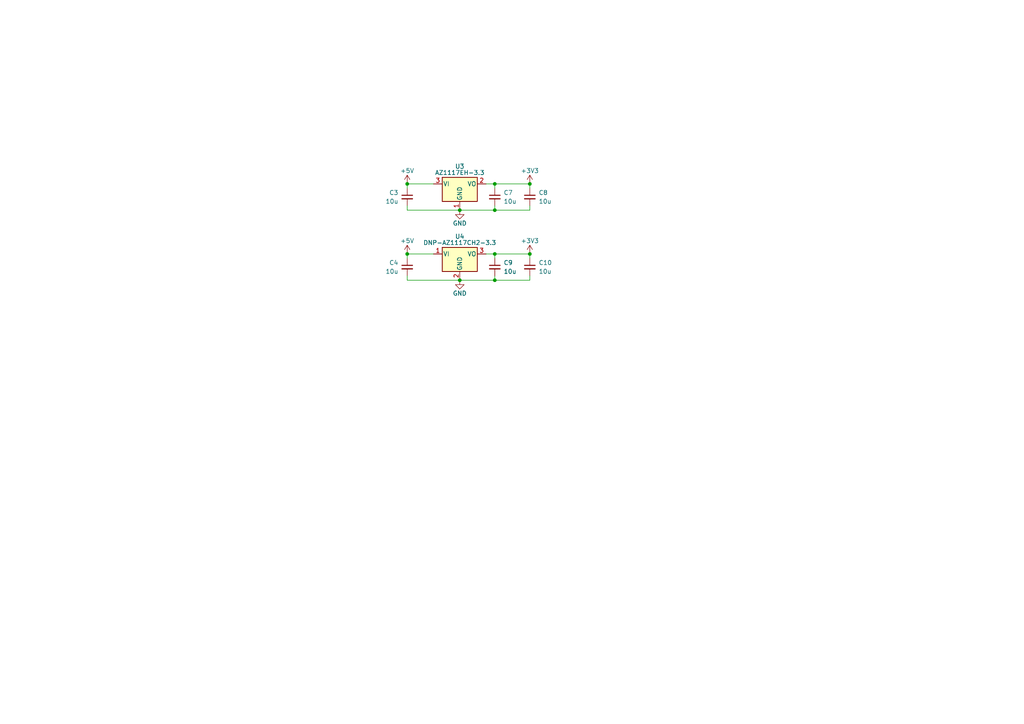
<source format=kicad_sch>
(kicad_sch (version 20230121) (generator eeschema)
  (paper "A4")
  (lib_symbols
    (symbol "Device:C_Small" (pin_numbers hide) (pin_names (offset 0.254) hide)
      (property "Reference" "C" (at 0.254 1.778 0))
      (property "Value" "C_Small" (at 0.254 -2.032 0))
      (symbol "C_Small_0_1"
        (polyline (pts (xy -1.524 -0.508) (xy 1.524 -0.508)) (stroke (width 0.3302)))
        (polyline (pts (xy -1.524 0.508) (xy 1.524 0.508)) (stroke (width 0.3048)))
      )
      (symbol "C_Small_1_1"
        (pin passive line (at 0 2.54 270) (length 2.032) (name "~") (number "1"))
        (pin passive line (at 0 -2.54 90) (length 2.032) (name "~") (number "2"))
      )
    )
    (symbol "GW_Power:AZ1117CH2" (pin_names (offset 0.254))
      (property "Reference" "U" (at -3.81 3.175 0))
      (property "Value" "AZ1117CH2" (at 0 3.175 0))
      (symbol "AZ1117CH2_0_1"
        (rectangle (start -5.08 -5.08) (end 5.08 1.905) (stroke (width 0.254)) (fill (type background)))
      )
      (symbol "AZ1117CH2_1_1"
        (pin power_in line (at -7.62 0 0) (length 2.54) (name "VI") (number "1"))
        (pin power_in line (at 0 -7.62 90) (length 2.54) (name "GND") (number "2"))
        (pin power_out line (at 7.62 0 180) (length 2.54) (name "VO") (number "3"))
      )
    )
    (symbol "Regulator_Linear:AP1117-33" (pin_names (offset 0.254))
      (property "Reference" "U" (at -3.81 3.175 0))
      (property "Value" "AP1117-33" (at 0 3.175 0))
      (symbol "AP1117-33_0_1"
        (rectangle (start -5.08 -5.08) (end 5.08 1.905) (stroke (width 0.254)) (fill (type background)))
      )
      (symbol "AP1117-33_1_1"
        (pin power_in line (at 0 -7.62 90) (length 2.54) (name "GND") (number "1"))
        (pin power_out line (at 7.62 0 180) (length 2.54) (name "VO") (number "2"))
        (pin power_in line (at -7.62 0 0) (length 2.54) (name "VI") (number "3"))
      )
    )
    (symbol "power:+3V3" (power) (pin_names (offset 0))
      (property "Value" "+3V3" (at 0 3.556 0))
      (symbol "+3V3_0_1"
        (polyline (pts (xy -0.762 1.27) (xy 0 2.54)))
        (polyline (pts (xy 0 0) (xy 0 2.54)))
        (polyline (pts (xy 0 2.54) (xy 0.762 1.27)))
      )
      (symbol "+3V3_1_1"
        (pin power_in line (at 0 0 90) (length 0) hide (name "+3V3") (number "1"))
      )
    )
    (symbol "power:+5V" (power) (pin_names (offset 0))
      (property "Value" "+5V" (at 0 3.556 0))
      (symbol "+5V_0_1"
        (polyline (pts (xy -0.762 1.27) (xy 0 2.54)))
        (polyline (pts (xy 0 0) (xy 0 2.54)))
        (polyline (pts (xy 0 2.54) (xy 0.762 1.27)))
      )
      (symbol "+5V_1_1"
        (pin power_in line (at 0 0 90) (length 0) hide (name "+5V") (number "1"))
      )
    )
    (symbol "power:GND" (power) (pin_names (offset 0))
      (property "Value" "GND" (at 0 -3.81 0))
      (symbol "GND_0_1"
        (polyline (pts (xy 0 0) (xy 0 -1.27) (xy 1.27 -1.27) (xy 0 -2.54) (xy -1.27 -1.27) (xy 0 -1.27)))
      )
      (symbol "GND_1_1"
        (pin power_in line (at 0 0 270) (length 0) hide (name "GND") (number "1"))
      )
    )
  )
  (junction (at 153.67 73.66))
  (junction (at 143.51 81.28))
  (junction (at 133.35 60.96))
  (junction (at 153.67 53.34))
  (junction (at 143.51 53.34))
  (junction (at 118.11 73.66))
  (junction (at 118.11 53.34))
  (junction (at 143.51 73.66))
  (junction (at 143.51 60.96))
  (junction (at 133.35 81.28))
  (wire (pts (xy 133.35 81.28) (xy 143.51 81.28)))
  (wire (pts (xy 133.35 60.96) (xy 143.51 60.96)))
  (wire (pts (xy 118.11 73.66) (xy 125.73 73.66)))
  (wire (pts (xy 118.11 53.34) (xy 125.73 53.34)))
  (wire (pts (xy 140.97 73.66) (xy 143.51 73.66)))
  (wire (pts (xy 118.11 81.28) (xy 133.35 81.28)))
  (wire (pts (xy 143.51 73.66) (xy 153.67 73.66)))
  (wire (pts (xy 118.11 59.69) (xy 118.11 60.96)))
  (wire (pts (xy 153.67 59.69) (xy 153.67 60.96)))
  (wire (pts (xy 153.67 81.28) (xy 143.51 81.28)))
  (wire (pts (xy 118.11 80.01) (xy 118.11 81.28)))
  (wire (pts (xy 143.51 81.28) (xy 143.51 80.01)))
  (wire (pts (xy 153.67 53.34) (xy 153.67 54.61)))
  (wire (pts (xy 143.51 60.96) (xy 143.51 59.69)))
  (wire (pts (xy 118.11 73.66) (xy 118.11 74.93)))
  (wire (pts (xy 143.51 73.66) (xy 143.51 74.93)))
  (wire (pts (xy 140.97 53.34) (xy 143.51 53.34)))
  (wire (pts (xy 153.67 73.66) (xy 153.67 74.93)))
  (wire (pts (xy 118.11 60.96) (xy 133.35 60.96)))
  (wire (pts (xy 143.51 53.34) (xy 143.51 54.61)))
  (wire (pts (xy 118.11 53.34) (xy 118.11 54.61)))
  (wire (pts (xy 153.67 60.96) (xy 143.51 60.96)))
  (wire (pts (xy 143.51 53.34) (xy 153.67 53.34)))
  (wire (pts (xy 153.67 80.01) (xy 153.67 81.28)))
  (symbol (lib_id "Regulator_Linear:AP1117-33") (at 133.35 53.34 0) (unit 1)
    (property "Reference" "U3" (at 133.35 48.26 0))
    (property "Value" "AZ1117EH-3.3" (at 133.35 50.8 0) (effects (justify bottom)))
    (property "Footprint" "stdpads:SOT-223" (effects hide))
    (property "Datasheet" "http://www.diodes.com/datasheets/AP1117.pdf" (effects hide))
    (property "LCSC Part" "C108494" (effects hide))
  )
  (symbol (lib_id "power:+5V") (at 118.11 53.34 0) (unit 1)
    (property "Reference" "#PWR0129" (effects hide))
    (property "Value" "+5V" (at 118.11 49.53 0))
  )
  (symbol (lib_id "power:GND") (at 133.35 60.96 0) (unit 1)
    (property "Reference" "#PWR0130" (effects hide))
    (property "Value" "GND" (at 133.35 64.77 0))
  )
  (symbol (lib_id "power:+3V3") (at 153.67 53.34 0) (unit 1)
    (property "Reference" "#PWR0131" (effects hide))
    (property "Value" "+3V3" (at 153.67 49.53 0))
  )
  (symbol (lib_id "Device:C_Small") (at 118.11 57.15 0) (unit 1)
    (property "Reference" "C3" (at 115.57 55.88 0) (effects (justify right)))
    (property "Value" "10u" (at 115.57 58.42 0) (effects (justify right)))
    (property "Footprint" "stdpads:C_0805" (effects hide))
    (property "LCSC Part" "C15850" (effects hide))
  )
  (symbol (lib_id "Device:C_Small") (at 143.51 57.15 0) (mirror y) (unit 1)
    (property "Reference" "C7" (at 146.05 55.88 0) (effects (justify right)))
    (property "Value" "10u" (at 146.05 58.42 0) (effects (justify right)))
    (property "Footprint" "stdpads:C_0805" (effects hide))
    (property "LCSC Part" "C15850" (effects hide))
  )
  (symbol (lib_id "Device:C_Small") (at 143.51 77.47 0) (mirror y) (unit 1)
    (property "Reference" "C9" (at 146.05 76.2 0) (effects (justify right)))
    (property "Value" "10u" (at 146.05 78.74 0) (effects (justify right)))
    (property "Footprint" "stdpads:C_0805" (effects hide))
    (property "LCSC Part" "C15850" (effects hide))
  )
  (symbol (lib_id "GW_Power:AZ1117CH2") (at 133.35 73.66 0) (unit 1)
    (property "Reference" "U4" (at 133.35 68.58 0))
    (property "Value" "DNP-AZ1117CH2-3.3" (at 133.35 71.12 0) (effects (justify bottom)))
    (property "Footprint" "stdpads:SOT-223" (effects hide))
    (property "Datasheet" "http://www.diodes.com/datasheets/AP1117.pdf" (effects hide))
  )
  (symbol (lib_id "power:+5V") (at 118.11 73.66 0) (unit 1)
    (property "Reference" "#PWR0136" (effects hide))
    (property "Value" "+5V" (at 118.11 69.85 0))
  )
  (symbol (lib_id "power:GND") (at 133.35 81.28 0) (unit 1)
    (property "Reference" "#PWR0137" (effects hide))
    (property "Value" "GND" (at 133.35 85.09 0))
  )
  (symbol (lib_id "power:+3V3") (at 153.67 73.66 0) (unit 1)
    (property "Reference" "#PWR0139" (effects hide))
    (property "Value" "+3V3" (at 153.67 69.85 0))
  )
  (symbol (lib_id "Device:C_Small") (at 118.11 77.47 0) (unit 1)
    (property "Reference" "C4" (at 115.57 76.2 0) (effects (justify right)))
    (property "Value" "10u" (at 115.57 78.74 0) (effects (justify right)))
    (property "Footprint" "stdpads:C_0805" (effects hide))
    (property "LCSC Part" "C15850" (effects hide))
  )
  (symbol (lib_id "Device:C_Small") (at 153.67 57.15 0) (mirror y) (unit 1)
    (property "Reference" "C8" (at 156.21 55.88 0) (effects (justify right)))
    (property "Value" "10u" (at 156.21 58.42 0) (effects (justify right)))
    (property "Footprint" "stdpads:C_0805" (effects hide))
    (property "LCSC Part" "C15850" (effects hide))
  )
  (symbol (lib_id "Device:C_Small") (at 153.67 77.47 0) (mirror y) (unit 1)
    (property "Reference" "C10" (at 156.21 76.2 0) (effects (justify right)))
    (property "Value" "10u" (at 156.21 78.74 0) (effects (justify right)))
    (property "Footprint" "stdpads:C_0805" (effects hide))
    (property "LCSC Part" "C15850" (effects hide))
  )
)
</source>
